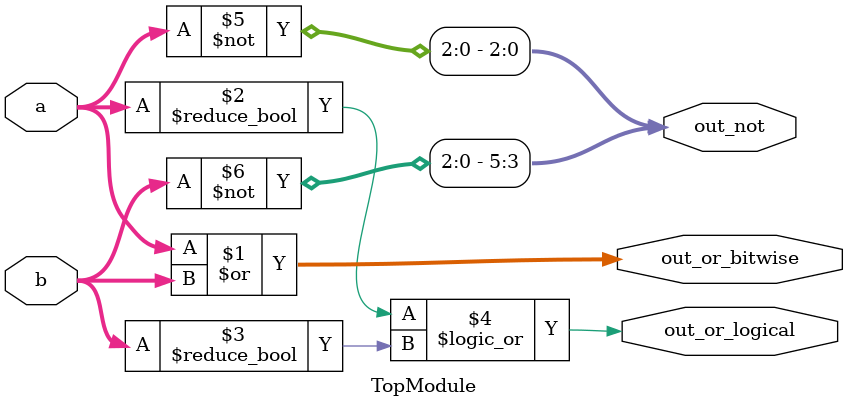
<source format=sv>
module TopModule (
    input  [2:0] a,             // 3-bit input vector 'a'
    input  [2:0] b,             // 3-bit input vector 'b'
    output [2:0] out_or_bitwise,// 3-bit output for bitwise OR of 'a' and 'b'
    output       out_or_logical,// 1-bit output for logical OR of 'a' and 'b'
    output [5:0] out_not        // 6-bit output, upper 3 bits are NOT 'b', lower 3 bits are NOT 'a'
);

    // Bitwise OR operation
    assign out_or_bitwise = a | b;

    // Logical OR operation
    assign out_or_logical = (a != 3'b000) || (b != 3'b000);

    // Bitwise NOT operation
    assign out_not = {~b, ~a};

endmodule
</source>
